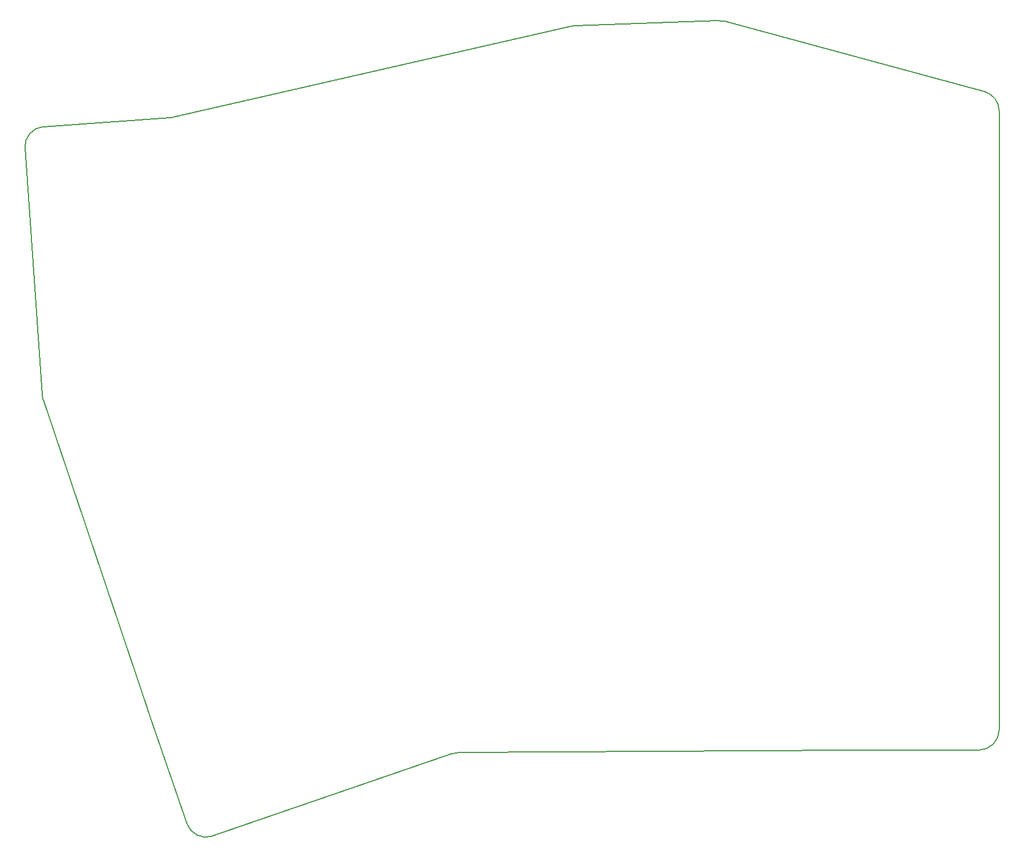
<source format=gbr>
%TF.GenerationSoftware,KiCad,Pcbnew,8.0.4*%
%TF.CreationDate,2024-08-23T21:58:39-04:00*%
%TF.ProjectId,right,72696768-742e-46b6-9963-61645f706362,v1.0.0*%
%TF.SameCoordinates,Original*%
%TF.FileFunction,Profile,NP*%
%FSLAX46Y46*%
G04 Gerber Fmt 4.6, Leading zero omitted, Abs format (unit mm)*
G04 Created by KiCad (PCBNEW 8.0.4) date 2024-08-23 21:58:39*
%MOMM*%
%LPD*%
G01*
G04 APERTURE LIST*
%TA.AperFunction,Profile*%
%ADD10C,0.150000*%
%TD*%
G04 APERTURE END LIST*
D10*
X279756001Y-211038643D02*
G75*
G02*
X280713337Y-210875263I976699J-2836557D01*
G01*
X234621196Y-204379903D02*
G75*
G02*
X234615021Y-204361781I2824504J972503D01*
G01*
X319220135Y-102418012D02*
G75*
G02*
X320105712Y-102519605I104665J-2998188D01*
G01*
X219179425Y-158586635D02*
X234615021Y-204361781D01*
X319220135Y-102418012D02*
X297969851Y-103160088D01*
X358617148Y-112901755D02*
G75*
G02*
X360836249Y-115798344I-780848J-2896545D01*
G01*
X244291564Y-223250028D02*
G75*
G02*
X240478369Y-221390154I-976664J2836528D01*
G01*
X216475346Y-121311737D02*
X219029464Y-157837322D01*
X238439918Y-116732339D02*
G75*
G02*
X237979739Y-116800672I-669418J2924439D01*
G01*
X360836267Y-207500000D02*
G75*
G02*
X357836267Y-210499967I-2999967J0D01*
G01*
X237979739Y-116800678D02*
X219258769Y-118109775D01*
X338845955Y-210500000D02*
X357836267Y-210500000D01*
X358617148Y-112901756D02*
X320105714Y-102519596D01*
X216475345Y-121311737D02*
G75*
G02*
X219258774Y-118109844I2992655J209237D01*
G01*
X244291564Y-223250028D02*
X279756001Y-211038643D01*
X280713337Y-210875261D02*
X338826586Y-210500062D01*
X338826586Y-210500063D02*
G75*
G02*
X338845955Y-210500000I19514J-3025137D01*
G01*
X297405101Y-103233908D02*
X238439919Y-116732338D01*
X297405101Y-103233908D02*
G75*
G02*
X297969851Y-103160096I669399J-2924292D01*
G01*
X219179425Y-158586635D02*
G75*
G02*
X219029473Y-157837321I2842675J958535D01*
G01*
X360836267Y-207500000D02*
X360836267Y-115798344D01*
X234621196Y-204379903D02*
X240478303Y-221390177D01*
M02*

</source>
